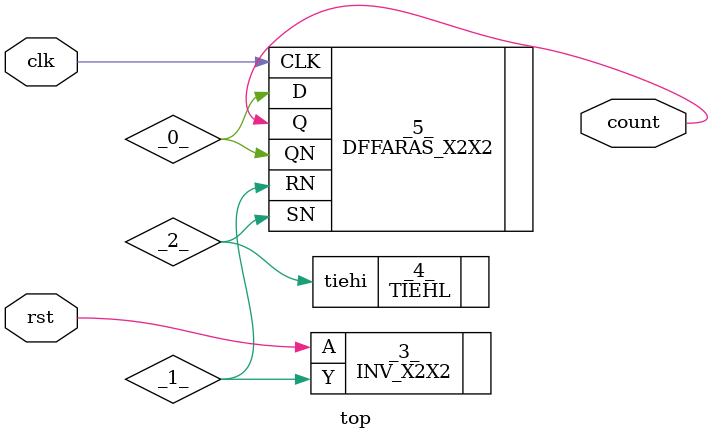
<source format=v>
/* Generated by Yosys 0.7 (git sha1 UNKNOWN, clang 3.4.2 -fPIC -Os) */

(* src = "top.v:1" *)
module top(clk, rst, count);
  (* src = "top.v:3" *)
  wire _0_;
  wire _1_;
  wire _2_;
  (* src = "top.v:1" *)
  input clk;
  (* src = "top.v:1" *)
  output count;
  (* src = "top.v:1" *)
  input rst;
  INV_X2X2 _3_ (
    .A(rst),
    .Y(_1_)
  );
  TIEHL _4_ (
    .tiehi(_2_)
  );
  DFFARAS_X2X2 _5_ (
    .CLK(clk),
    .D(_0_),
    .Q(count),
    .QN(_0_),
    .RN(_1_),
    .SN(_2_)
  );
endmodule

</source>
